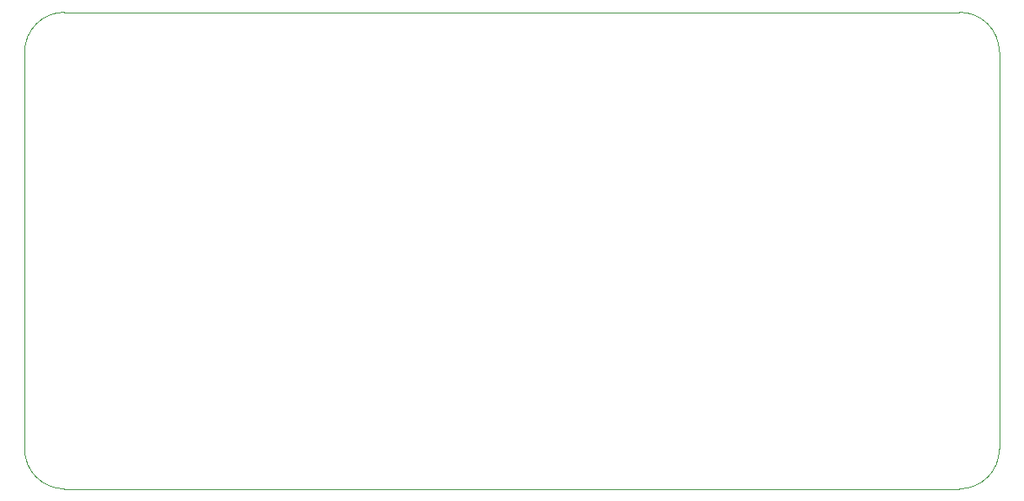
<source format=gbr>
G04 #@! TF.GenerationSoftware,KiCad,Pcbnew,(5.1.5)-3*
G04 #@! TF.CreationDate,2021-01-18T17:20:57+00:00*
G04 #@! TF.ProjectId,Little Logic Computer - Power+Timing,4c697474-6c65-4204-9c6f-67696320436f,rev?*
G04 #@! TF.SameCoordinates,Original*
G04 #@! TF.FileFunction,Profile,NP*
%FSLAX46Y46*%
G04 Gerber Fmt 4.6, Leading zero omitted, Abs format (unit mm)*
G04 Created by KiCad (PCBNEW (5.1.5)-3) date 2021-01-18 17:20:57*
%MOMM*%
%LPD*%
G04 APERTURE LIST*
%ADD10C,0.050000*%
G04 APERTURE END LIST*
D10*
X200600000Y-122000000D02*
X200600000Y-82000000D01*
X106600000Y-126000000D02*
X196600000Y-126000000D01*
X102600000Y-82000000D02*
X102600000Y-122000000D01*
X196600000Y-78000000D02*
X106600000Y-78000000D01*
X196600000Y-78000000D02*
G75*
G02X200600000Y-82000000I0J-4000000D01*
G01*
X200600000Y-122000000D02*
G75*
G02X196600000Y-126000000I-4000000J0D01*
G01*
X106600000Y-126000000D02*
G75*
G02X102600000Y-122000000I0J4000000D01*
G01*
X102600000Y-82000000D02*
G75*
G02X106600000Y-78000000I4000000J0D01*
G01*
M02*

</source>
